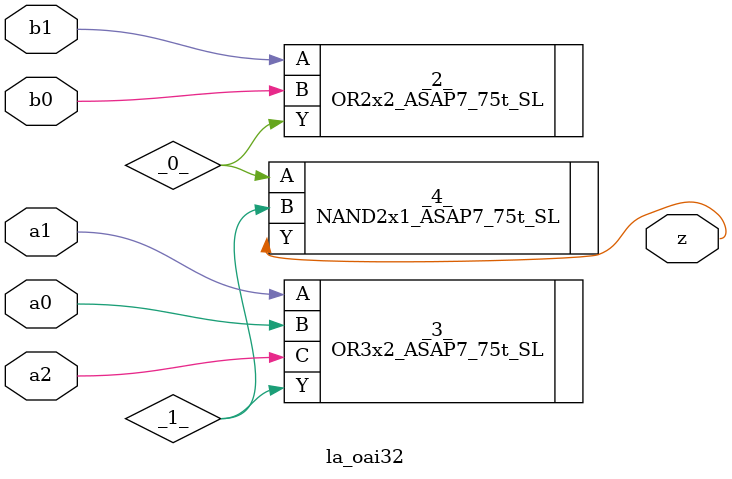
<source format=v>
/* Generated by Yosys 0.37 (git sha1 a5c7f69ed, clang 14.0.0-1ubuntu1.1 -fPIC -Os) */

module la_oai32(a0, a1, a2, b0, b1, z);
  wire _0_;
  wire _1_;
  input a0;
  wire a0;
  input a1;
  wire a1;
  input a2;
  wire a2;
  input b0;
  wire b0;
  input b1;
  wire b1;
  output z;
  wire z;
  OR2x2_ASAP7_75t_SL _2_ (
    .A(b1),
    .B(b0),
    .Y(_0_)
  );
  OR3x2_ASAP7_75t_SL _3_ (
    .A(a1),
    .B(a0),
    .C(a2),
    .Y(_1_)
  );
  NAND2x1_ASAP7_75t_SL _4_ (
    .A(_0_),
    .B(_1_),
    .Y(z)
  );
endmodule

</source>
